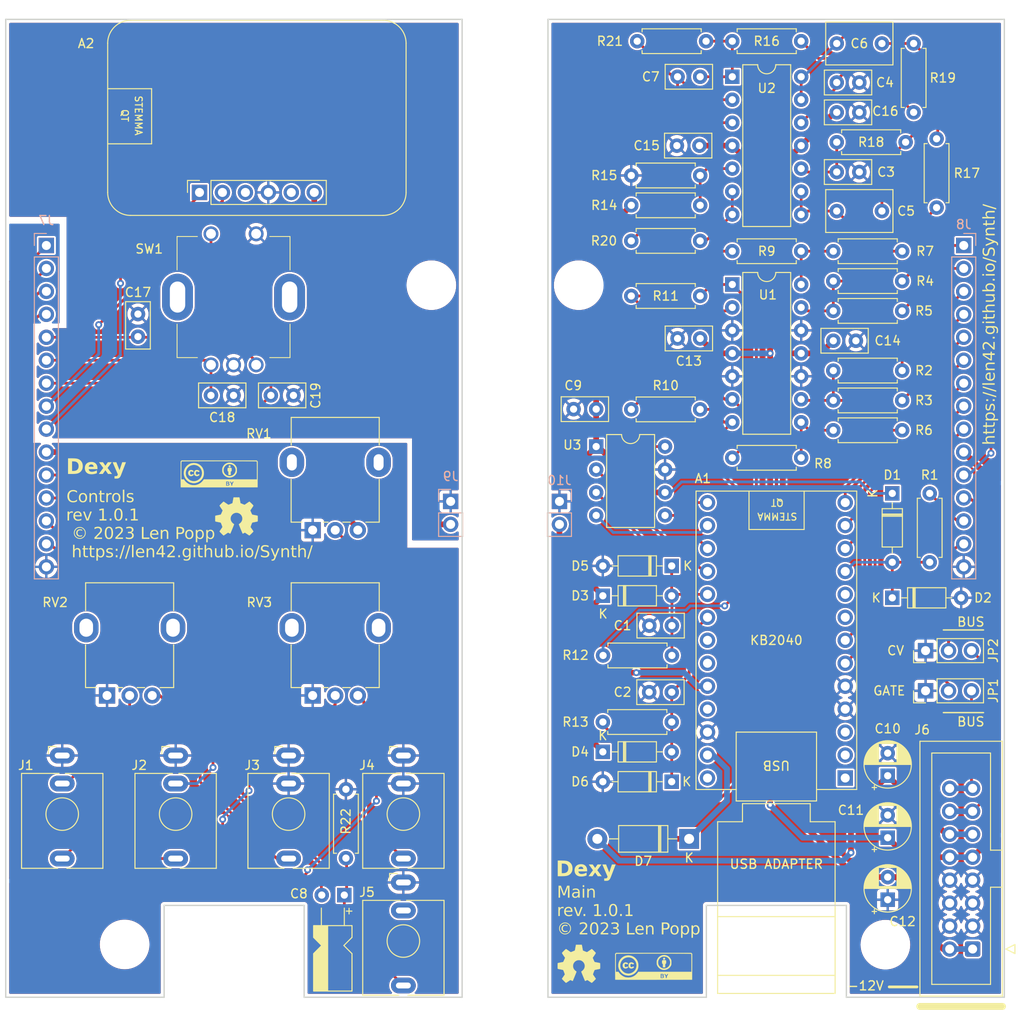
<source format=kicad_pcb>
(kicad_pcb (version 20240108) (generator "pcbnew") (generator_version "8.0")
  (title_block (title "Eurorack Dexy Module") (date "2023-04-22") (rev "1.0.1") (company "Len Popp") (comment 1 "Copyright © 2023 Len Popp CC BY") (comment 2 "Board settings comply with requirements of OSH Park https://oshpark.com/") (comment 3 "Eurorack digital voice module - 10HP"))
  (layers (0 "F.Cu" signal) (31 "B.Cu" signal) (36 "B.SilkS" user "B.Silkscreen") (37 "F.SilkS" user "F.Silkscreen") (38 "B.Mask" user) (39 "F.Mask" user) (44 "Edge.Cuts" user))
  (property "MODULE" "Dexy")
  (net 0 "")
  (net 1 "+12V")
  (net 2 "GND")
  (net 3 "-12V")
  (net 4 "+5V")
  (net 7 "~{SPI-CS}")
  (net 8 "I2C-SDA")
  (net 9 "I2C-SCL")
  (net 10 "/Digital/INT-INT")
  (net 12 "Net-(J3-PadT)")
  (net 13 "GATE")
  (net 14 "ENC-SW")
  (net 15 "ENC-A")
  (net 16 "ENC-B")
  (net 17 "~{LDAC}")
  (net 18 "SPI-SDI")
  (net 20 "SPI-SCK")
  (net 21 "ADC-PITCH")
  (net 22 "ADC-TIMBRE")
  (net 25 "+3V3")
  (net 30 "Net-(U2C-+)")
  (net 31 "Net-(U2D-+)")
  (net 32 "Net-(U2C--)")
  (net 33 "Net-(U2A--)")
  (net 34 "Net-(C5-Pad1)")
  (net 35 "Net-(C6-Pad1)")
  (net 36 "Net-(J6-CV)")
  (net 37 "Net-(C8-Pad1)")
  (net 38 "AUDIO-OUT")
  (net 39 "/10Vp-p")
  (net 40 "Net-(R10-Pad2)")
  (net 41 "Net-(J6-GATE)")
  (net 42 "IN-GATE")
  (net 43 "BUS-GATE")
  (net 44 "IN-CV-PITCH")
  (net 45 "Net-(J4-PadT)")
  (net 46 "Net-(R11-Pad2)")
  (net 48 "Net-(U1C--)")
  (net 49 "Net-(U1D--)")
  (net 50 "BUS-CV")
  (net 51 "Net-(U1B--)")
  (net 52 "IN-CV-PITCH-MOD")
  (net 53 "IN-CV-TIMBRE")
  (net 54 "Net-(U1A--)")
  (net 55 "IN-CV-TIMBRE-MOD")
  (net 56 "Net-(R6-Pad2)")
  (net 57 "Net-(R7-Pad2)")
  (net 58 "Net-(U2B-+)")
  (net 59 "/1V30")
  (net 60 "DAC-OUT")
  (net 61 "Net-(D7-A)")
  (footprint "-lmp-misc:Logo_CC_BY" (layer "F.Cu") (at 171.684 134.775)
    (property "Reference" "G1" (hide yes))
    (property "Value" "LOGO" (hide yes))
  )
  (footprint "-lmp-holes:MountingHole_PCB_3.2mm_M3" (layer "F.Cu") (at 163.4036 59.4132)
    (property "Reference" "H4" (hide yes))
    (property "Value" "MountingHole_M3")
  )
  (footprint "-lmp-holes:MountingHole_PCB_3.2mm_M3" (layer "F.Cu") (at 147.0964 59.4132)
    (property "Reference" "H1" (hide yes))
    (property "Value" "MountingHole_M3")
  )
  (footprint "-lmp-holes:MountingHole_PCB_3.2mm_M3" (layer "F.Cu") (at 113.1572 132.362)
    (property "Reference" "H2" (hide yes))
    (property "Value" "MountingHole_M3")
  )
  (footprint "-lmp-holes:MountingHole_PCB_3.2mm_M3" (layer "F.Cu") (at 197.338 132.3874)
    (property "Reference" "H3" (hide yes))
    (property "Value" "MountingHole_M3")
  )
  (footprint "-lmp-misc:Logo_OSHW" (layer "F.Cu") (at 163.429 134.521)
    (property "Reference" "G3" (hide yes))
    (property "Value" "LOGO" (hide yes))
  )
  (footprint "-lmp-misc:Logo_CC_BY" (layer "F.Cu") (at 123.605 80.29)
    (property "Reference" "G2" (hide yes))
    (property "Value" "LOGO" (hide yes))
  )
  (footprint "-lmp-misc:Logo_OSHW" (layer "F.Cu") (at 125.540636 85.018)
    (property "Reference" "G4" (hide yes))
    (property "Value" "LOGO" (hide yes))
  )
  (footprint "-lmp-misc:C_Disc_D5.0mm_W2.5mm_P2.50mm" (layer "F.Cu") (at 176.764 43.97 180)
    (property "Reference" "C15")
    (property "Value" "100N")
  )
  (footprint "-lmp-misc:C_Disc_D5.0mm_W2.5mm_P2.50mm" (layer "F.Cu") (at 162.834 73.1292)
    (property "Reference" "C9")
    (property "Value" "100N")
  )
  (footprint "Diode_THT:D_DO-35_SOD27_P7.62mm_Horizontal" (layer "F.Cu") (at 198.1 82.451 -90)
    (property "Reference" "D1")
    (property "Value" "1N5711")
  )
  (footprint "-lmp-synth:Jack_3.5mm_QingPu_WQP-PJ398SM_Vertical" (layer "F.Cu") (at 131.3 111.4578)
    (property "Reference" "J3")
    (property "Value" "WQP-PJ398")
  )
  (footprint "Adafruit:OLED_128x32_0.91in_NoHoles" (layer "F.Cu") (at 125.25 40.845)
    (property "Reference" "A2")
    (property "Value" "OLED_128x32")
  )
  (footprint "-lmp-misc:R_Axial_DIN0207_L6.3mm_D2.5mm_P7.62mm_Horizontal" (layer "F.Cu") (at 199.1922 75.466 180)
    (property "Reference" "R6")
    (property "Value" "100K")
  )
  (footprint "Adafruit:KB2040" (layer "F.Cu") (at 185.273 98.707 180)
    (property "Reference" "A1")
    (property "Value" "KB2040")
  )
  (footprint "-lmp-misc:R_Axial_DIN0207_L6.3mm_D2.5mm_P7.62mm_Horizontal" (layer "F.Cu") (at 199.1922 62.258 180)
    (property "Reference" "R5")
    (property "Value" "82K")
  )
  (footprint "Diode_THT:D_DO-35_SOD27_P7.62mm_Horizontal" (layer "F.Cu") (at 173.6906 90.4774 180)
    (property "Reference" "D5")
    (property "Value" "1N5711")
  )
  (footprint "-lmp-misc:R_Axial_DIN0207_L6.3mm_D2.5mm_P7.62mm_Horizontal" (layer "F.Cu") (at 200.4622 32.667 -90)
    (property "Reference" "R19")
    (property "Value" "47K")
  )
  (footprint "Diode_THT:D_DO-35_SOD27_P7.62mm_Horizontal" (layer "F.Cu") (at 173.6906 114.3534 180)
    (property "Reference" "D6")
    (property "Value" "1N5711")
  )
  (footprint "Diode_THT:D_DO-41_SOD81_P10.16mm_Horizontal" (layer "F.Cu") (at 175.621 120.678 180)
    (property "Reference" "D7")
    (property "Value" "1N4001")
  )
  (footprint "-lmp-misc:R_Axial_DIN0207_L6.3mm_D2.5mm_P7.62mm_Horizontal" (layer "F.Cu") (at 176.8402 54.511 180)
    (property "Reference" "R20")
    (property "Value" "51K")
  )
  (footprint "-lmp-misc:R_Axial_DIN0207_L6.3mm_D2.5mm_P7.62mm_Horizontal" (layer "F.Cu") (at 166.096 100.3834)
    (property "Reference" "R12")
    (property "Value" "100K")
  )
  (footprint "Diode_THT:D_DO-35_SOD27_P7.62mm_Horizontal" (layer "F.Cu") (at 166.0706 111.0514)
    (property "Reference" "D4")
    (property "Value" "1N5711")
  )
  (footprint "-lmp-misc:R_Axial_DIN0207_L6.3mm_D2.5mm_P7.62mm_Horizontal" (layer "F.Cu") (at 188.0162 55.654 180)
    (property "Reference" "R9")
    (property "Value" "100K")
  )
  (footprint "-lmp-misc:PinHeader_1x03_P2.54mm_Vertical" (layer "F.Cu") (at 201.783 99.85 90)
    (property "Reference" "JP2")
    (property "Value" "Jumper_Pins_3_Bridged12")
  )
  (footprint "-lmp-synth:Potentiometer_SongHuei_Single_Vertical" (layer "F.Cu") (at 111.21 104.815 90)
    (property "Reference" "RV2")
    (property "Value" "100K")
  )
  (footprint "-lmp-misc:R_Axial_DIN0207_L6.3mm_D2.5mm_P7.62mm_Horizontal" (layer "F.Cu") (at 199.5732 43.589 180)
    (property "Reference" "R18")
    (property "Value" "47K")
  )
  (footprint "-lmp-misc:R_Axial_DIN0207_L6.3mm_D2.5mm_P7.62mm_Horizontal" (layer "F.Cu") (at 199.1922 72.164 180)
    (property "Reference" "R3")
    (property "Value" "499K")
  )
  (footprint "-lmp-misc:C_Disc_D5.0mm_W2.5mm_P2.50mm" (layer "F.Cu") (at 129.337 71.6052)
    (property "Reference" "C19")
    (property "Value" "100N")
  )
  (footprint "-lmp-misc:C_Disc_D5.0mm_W2.5mm_P2.50mm" (layer "F.Cu") (at 191.9532 46.891)
    (property "Reference" "C3")
    (property "Value" "150P")
  )
  (footprint "-lmp-misc:R_Axial_DIN0207_L6.3mm_D2.5mm_P7.62mm_Horizontal" (layer "F.Cu") (at 199.1922 58.956 180)
    (property "Reference" "R4")
    (property "Value" "120K")
  )
  (footprint "-lmp-misc:R_Axial_DIN0207_L6.3mm_D2.5mm_P7.62mm_Horizontal" (layer "F.Cu") (at 169.2202 73.1546)
    (property "Reference" "R10")
    (property "Value" "33K")
  )
  (footprint "-lmp-synth:Potentiometer_Alpha_RD901F-40-00D_Single_Vertical" (layer "F.Cu") (at 133.96 86.515 90)
    (property "Reference" "RV1")
    (property "Value" "100K")
  )
  (footprint "-lmp-misc:R_Axial_DIN0207_L6.3mm_D2.5mm_P7.62mm_Horizontal" (layer "F.Cu") (at 202.2402 82.451 -90)
    (property "Reference" "R1")
    (property "Value" "100K")
  )
  (footprint "-lmp-misc:C_Rect_L7.2mm_W4.5mm_P5.00mm" (layer "F.Cu") (at 196.9532 51.209 180)
    (property "Reference" "C5")
    (property "Value" "330P")
  )
  (footprint "-lmp-misc:C_Rect_L7.2mm_W4.5mm_P5.00mm" (layer "F.Cu") (at 196.9532 32.667 180)
    (property "Reference" "C6")
    (property "Value" "330P")
  )
  (footprint "-lmp-synth:Jack_3.5mm_QingPu_WQP-PJ398SM_Vertical" (layer "F.Cu") (at 144 125.504)
    (property "Reference" "J5")
    (property "Value" "WQP-PJ398")
  )
  (footprint "-lmp-misc:R_Axial_DIN0207_L6.3mm_D2.5mm_P7.62mm_Horizontal" (layer "F.Cu") (at 188.0162 78.514 180)
    (property "Reference" "R8")
    (property "Value" "100K")
  )
  (footprint "-lmp-misc:C_Disc_D5.0mm_W2.5mm_P2.50mm" (layer "F.Cu") (at 173.716 97.0814 180)
    (property "Reference" "C1")
    (property "Value" "150P")
  )
  (footprint "-lmp-connector:USB-C-Adapter-90-Outline" (layer "F.Cu") (at 185.273 118.784 180)
    (property "Reference" "A4" (hide yes))
    (property "Value" "USB C Adapter 90deg")
  )
  (footprint "-lmp-synth:Jack_3.5mm_QingPu_WQP-PJ398SM_Vertical" (layer "F.Cu") (at 118.8 111.4578)
    (property "Reference" "J2")
    (property "Value" "WQP-PJ398")
  )
  (footprint "-lmp-misc:R_Axial_DIN0207_L6.3mm_D2.5mm_P7.62mm_Horizontal" (layer "F.Cu") (at 180.3962 32.413)
    (property "Reference" "R16")
    (property "Value" "47K")
  )
  (footprint "-lmp-misc:C_Disc_D5.0mm_W2.5mm_P2.50mm" (layer "F.Cu") (at 174.3402 36.35)
    (property "Reference" "C7")
    (property "Value" "5P6")
  )
  (footprint "-lmp-misc:C_Disc_D5.0mm_W2.5mm_P2.50mm" (layer "F.Cu") (at 114.6304 65.1082 90)
    (property "Reference" "C17")
    (property "Value" "100N")
  )
  (footprint "-lmp-misc:C_Disc_D5.0mm_W2.5mm_P2.50mm" (layer "F.Cu") (at 194.0722 65.56 180)
    (property "Reference" "C14")
    (property "Value" "100N")
  )
  (footprint "-lmp-misc:R_Axial_DIN0207_L6.3mm_D2.5mm_P7.62mm_Horizontal" (layer "F.Cu") (at 176.8402 47.272 180)
    (property "Reference" "R15")
    (property "Value" "33K")
  )
  (footprint "-lmp-misc:R_Axial_DIN0207_L6.3mm_D2.5mm_P7.62mm_Horizontal" (layer "F.Cu") (at 137.6428 122.8116 90)
    (property "Reference" "R22")
    (property "Value" "1M")
  )
  (footprint "Diode_THT:D_DO-35_SOD27_P7.62mm_Horizontal" (layer "F.Cu") (at 198.1 94.008)
    (property "Reference" "D2")
    (property "Value" "1N5711")
  )
  (footprint "Diode_THT:D_DO-35_SOD27_P7.62mm_Horizontal" (layer "F.Cu") (at 166.0706 93.7794)
    (property "Reference" "D3")
    (property "Value" "1N5711")
  )
  (footprint "Package_DIP:DIP-14_W7.62mm" (layer "F.Cu") (at 180.3962 59.337)
    (property "Reference" "U1")
    (property "Value" "TL074")
  )
  (footprint "-lmp-misc:PinHeader_1x03_P2.54mm_Vertical" (layer "F.Cu") (at 201.783 104.295 90)
    (property "Reference" "JP1")
    (property "Value" "Jumper_Pins_3_Bridged12")
  )
  (footprint "-lmp-misc:R_Axial_DIN0207_L6.3mm_D2.5mm_P7.62mm_Horizontal" (layer "F.Cu") (at 199.1922 55.654 180)
    (property "Reference" "R7")
    (property "Value" "100K")
  )
  (footprint "-lmp-misc:C_Disc_D5.0mm_W2.5mm_P2.50mm" (layer "F.Cu") (at 176.8402 65.306 180)
    (property "Reference" "C13")
    (property "Value" "100N")
  )
  (footprint "-lmp-misc:R_Axial_DIN0207_L6.3mm_D2.5mm_P7.62mm_Horizontal" (layer "F.Cu") (at 169.2202 50.574)
    (property "Reference" "R14")
    (property "Value" "51K")
  )
  (footprint "-lmp-synth:Jack_3.5mm_QingPu_WQP-PJ398SM_Vertical" (layer "F.Cu") (at 144 111.4578)
    (property "Reference" "J4")
    (property "Value" "WQP-PJ398")
  )
  (footprint "-lmp-misc:R_Axial_DIN0207_L6.3mm_D2.5mm_P7.62mm_Horizontal" (layer "F.Cu") (at 169.8752 32.413)
    (property "Reference" "R21")
    (property "Value" "200K")
  )
  (footprint "-lmp-misc:CP_Radial_D5.0mm_P2.50mm" (layer "F.Cu") (at 197.592 120.551 90)
    (property "Reference" "C11")
    (property "Value" "10U")
  )
  (footprint "Package_DIP:DIP-8_W7.62mm" (layer "F.Cu") (at 165.334 77.2694)
    (property "Reference" "U3")
    (property "Value" "MCP4821")
  )
  (footprint "-lmp-synth:Encoder_Bourns_PEC11R_Switch" (layer "F.Cu") (at 122.71 68.227)
    (property "Reference" "SW1")
    (property "Value" "PEC11R-4x20x-S00xx" (hide yes))
  )
  (footprint "-lmp-synth:Potentiometer_SongHuei_Single_Vertical" (layer "F.Cu") (at 133.96 104.815 90)
    (property "Reference" "RV3")
    (property "Value" "100K")
  )
  (footprint "-lmp-misc:R_Axial_DIN0207_L6.3mm_D2.5mm_P7.62mm_Horizontal" (layer "F.Cu") (at 199.1922 68.862 180)
    (property "Reference" "R2")
    (property "Value" "100K")
  )
  (footprint "-lmp-synth:Jack_3.5mm_QingPu_WQP-PJ398SM_Vertical" (layer "F.Cu") (at 106.25 111.4578)
    (property "Reference" "J1")
    (property "Value" "WQP-PJ398")
  )
  (footprint "-lmp-misc:CP_Radial_D5.0mm_P2.50mm" (layer "F.Cu") (at 197.592 127.409 90)
    (property "Reference" "C12")
    (property "Value" "10U")
  )
  (footprint "-lmp-misc:R_Axial_DIN0207_L6.3mm_D2.5mm_P7.62mm_Horizontal" (layer "F.Cu") (at 169.2202 60.607)
    (property "Reference" "R11")
    (property "Value" "33K")
  )
  (footprint "-lmp-misc:CP_Radial_D5.0mm_P2.50mm" (layer "F.Cu") (at 197.592 113.693 90)
    (property "Reference" "C10")
    (property "Value" "10U")
  )
  (footprint "-lmp-misc:C_Disc_D5.0mm_W2.5mm_P2.50mm" (layer "F.Cu") (at 191.9532 36.985)
    (property "Reference" "C4")
    (property "Value" "150P")
  )
  (footprint "-lmp-misc:R_Axial_DIN0207_L6.3mm_D2.5mm_P7.62mm_Horizontal" (layer "F.Cu") (at 166.076 107.7494)
    (property "Reference" "R13")
    (property "Value" "100K")
  )
  (footprint "-lmp-misc:C_Disc_D5.0mm_W2.5mm_P2.50mm" (layer "F.Cu") (at 194.4532 40.287 180)
    (property "Reference" "C16")
    (property "Value" "100N")
  )
  (footprint "-lmp-misc:R_Axial_DIN0207_L6.3mm_D2.5mm_P7.62mm_Horizontal" (layer "F.Cu") (at 203.0022 50.828 90)
    (property "Reference" "R17")
    (property "Value" "47K")
  )
  (footprint "-lmp-misc:CP_Radial_L7.0mm_D4.0mm_P2.50mm_Horiz" (layer "F.Cu") (at 134.969 126.901 -90)
    (property "Reference" "C8")
    (property "Value" "2U2")
  )
  (footprint "-lmp-synth:IDC-Header-Eurorack-16-TH" (layer "F.Cu") (at 206.99 132.87 180)
    (property "Reference" "J6")
    (property "Value" "Conn_Eurorack_16")
  )
  (footprint "-lmp-misc:C_Disc_D5.0mm_W2.5mm_P2.50mm" (layer "F.Cu") (at 173.696 104.4474 180)
    (property "Reference" "C2")
    (property "Value" "150P")
  )
  (footprint "Package_DIP:DIP-14_W7.62mm" (layer "F.Cu") (at 180.3962 36.35)
    (property "Reference" "U2")
    (property "Value" "TL074")
  )
  (footprint "-lmp-misc:C_Disc_D5.0mm_W2.5mm_P2.50mm" (layer "F.Cu") (at 122.7076 71.6052)
    (property "Reference" "C18")
    (property "Value" "100N")
  )
  (footprint "Connector_PinSocket_2.54mm:PinSocket_1x15_P2.54mm_Vertical" (layer "B.Cu") (at 104.4958 55.019 180)
    (property "Reference" "J7")
    (property "Value" "Controls_Left")
  )
  (footprint "Connector_PinSocket_2.54mm:PinSocket_1x02_P2.54mm_Vertical" (layer "B.Cu") (at 149.230001 83.34 180)
    (property "Reference" "J9")
    (property "Value" "Controls_Right")
  )
  (footprint "Connector_PinHeader_2.54mm:PinHeader_1x15_P2.54mm_Vertical" (layer "B.Cu") (at 206.004201 55.019 180)
    (property "Reference" "J8")
    (property "Value" "Main_Right")
  )
  (footprint "Connector_PinHeader_2.54mm:PinHeader_1x02_P2.54mm_Vertical" (layer "B.Cu") (at 161.269996 83.34 180)
    (property "Reference" "J10")
    (property "Value" "Main_Left")
  )
  (gr_line (start 208.1965 97.564) (end 203.7515 97.564) (stroke (width 0.1524)) (layer "F.SilkS"))
  (gr_line (start 208.1965 106.708) (end 203.7515 106.708) (stroke (width 0.1524)) (layer "F.SilkS"))
  (gr_line (start 200.833396 137.061) (end 197.759996 137.061) (stroke (width 0.3048)) (layer "F.SilkS"))
  (gr_line (start 160 138.204) (end 160 30) (stroke (width 0.1524)) (layer "Edge.Cuts"))
  (gr_line (start 160 30) (end 210.5 30) (stroke (width 0.1524)) (layer "Edge.Cuts"))
  (gr_line (start 150.5 30) (end 150.5 138.204) (stroke (width 0.1524)) (layer "Edge.Cuts"))
  (gr_line (start 100 30) (end 150.5 30) (stroke (width 0.1524)) (layer "Edge.Cuts"))
  (gr_line (start 177.526 138.204) (end 160 138.204) (stroke (width 0.1524)) (layer "Edge.Cuts"))
  (gr_line (start 210.5 30) (end 210.5 138.204) (stroke (width 0.1524)) (layer "Edge.Cuts"))
  (gr_line (start 117.526 128.044) (end 117.526 138.204) (stroke (width 0.1524)) (layer "Edge.Cuts"))
  (gr_line (start 133.02 138.204) (end 150.5 138.204) (stroke (width 0.1524)) (layer "Edge.Cuts"))
  (gr_line (start 177.526 128.044) (end 193.02 128.044) (stroke (width 0.1524)) (layer "Edge.Cuts"))
  (gr_line (start 117.526 128.044) (end 133.02 128.044) (stroke (width 0.1524)) (layer "Edge.Cuts"))
  (gr_line (start 193.02 128.044) (end 193.02 138.204) (stroke (width 0.1524)) (layer "Edge.Cuts"))
  (gr_line (start 100 138.204) (end 100 30) (stroke (width 0.1524)) (layer "Edge.Cuts"))
  (gr_line (start 117.526 138.204) (end 100 138.204) (stroke (width 0.1524)) (layer "Edge.Cuts"))
  (gr_line (start 193.02 138.204) (end 210.5 138.204) (stroke (width 0.1524)) (layer "Edge.Cuts"))
  (gr_line (start 177.526 128.044) (end 177.526 138.204) (stroke (width 0.1524)) (layer "Edge.Cuts"))
  (gr_line (start 133.02 128.044) (end 133.02 138.204) (stroke (width 0.1524)) (layer "Edge.Cuts"))
  (gr_text "© 2023 Len Popp" (at 160.981325 130.711 0) (layer "F.SilkS") (effects (font (size 1.3 1.3)) (justify left)))
  (gr_text "-12V" (at 197.251996 136.934 0) (layer "F.SilkS") (effects (font (size 1 1)) (justify right)))
  (gr_text "${MODULE}" (at 160.8636 124.107 0) (layer "F.SilkS") (effects (font (size 1.7 1.7) (thickness 0.34) (bold yes)) (justify left)))
  (gr_text "${MODULE}" (at 110.011735 79.598 0) (layer "F.SilkS") (effects (font (size 1.7 1.7) (thickness 0.34) (bold yes))))
  (gr_text "rev ${REVISION}" (at 110.73 84.915 0) (layer "F.SilkS") (effects (font (size 1.3 1.3))))
  (gr_text "© 2023 Len Popp" (at 107.284864 86.947 0) (layer "F.SilkS") (effects (font (size 1.3 1.3)) (justify left)))
  (gr_text "https://len42.github.io/Synth/" (at 208.895 77.117 90) (layer "F.SilkS") (effects (font (size 1.3 1.3) (thickness 0.1524)) (justify left)))
  (gr_text "https://len42.github.io/Synth/" (at 107.284864 88.979 0) (layer "F.SilkS") (effects (font (size 1.3 1.3) (thickness 0.1524)) (justify left)))
  (gr_text "BUS" (at 208.387 107.724 0) (layer "F.SilkS") (effects (font (size 1 1)) (justify right)))
  (gr_text "Controls" (at 110.478911 82.883 0) (layer "F.SilkS") (effects (font (size 1.3 1.3))))
  (gr_text "rev. ${REVISION}" (at 160.981325 128.679 0) (layer "F.SilkS") (effects (font (size 1.3 1.3)) (justify left)))
  (gr_text "BUS" (at 208.387 96.675 0) (layer "F.SilkS") (effects (font (size 1 1)) (justify right)))
  (gr_text "GATE" (at 199.624 104.295 0) (layer "F.SilkS") (effects (font (size 1 1)) (justify right)))
  (gr_text "USB ADAPTER" (at 185.273 123.472 0) (layer "F.SilkS") (effects (font (size 1.016 1.016) (thickness 0.1524))))
  (gr_text "Main" (at 160.9906 126.647 0) (layer "F.SilkS") (effects (font (size 1.3 1.3)) (justify left)))
  (gr_text "CV" (at 199.497 99.85 0) (layer "F.SilkS") (effects (font (size 1 1)) (justify right)))
  (segment (start 204.45 122.71) (end 199.751 122.71) (width 0.635) (layer "F.Cu") (net 1))
  (segment (start 184.5872 66.957) (end 184.5872 64.798) (width 0.635) (layer "F.Cu") (net 1))
  (segment (start 180.3962 66.957) (end 178.4912 66.957) (width 0.635) (layer "F.Cu") (net 1))
  (segment (start 136.132 83.467) (end 138.96 86.295) (width 0.635) (layer "F.Cu") (net 1))
  (segment (start 184.5872 91.0362) (end 184.5872 109.5274) (width 0.635) (layer "F.Cu") (net 1))
  (segment (start 209.8015 81.676299) (end 206.004201 77.879) (width 0.635) (layer "F.Cu") (net 1))
  (segment (start 209.8015 89.1995) (end 209.8015 81.676299) (width 0.635) (layer "F.Cu") (net 1))
  (segment (start 178.4912 66.957) (end 176.8402 65.306) (width 0.635) (layer "F.Cu") (net 1))
  (segment (start 184.5872 64.798) (end 184.5872 48.161) (width 0.635) (layer "F.Cu") (net 1))
  (segment (start 104.4958 77.879) (end 110.8966 77.879) (width 0.635) (layer "F.Cu") (net 1))
  (segment (start 110.8966 77.879) (end 116.4846 83.467) (width 0.635) (layer "F.Cu") (net 1))
  (segment (start 208.7196 80.5944) (end 209.8015 81.6763) (width 0.635) (layer "F.Cu") (net 1))
  (segment (start 206.004201 77.879) (end 208.7196 80.5944) (width 0.635) (layer "F.Cu") (net 1))
  (segment (start 184.5872 66.83) (end 184.5872 64.798) (width 0.635) (layer "F.Cu") (net 1))
  (segment (start 116.4846 83.467) (end 136.132 83.467) (width 0.635) (layer "F.Cu") (net 1))
  (segment (start 138.96 86.295) (end 138.96 86.515) (width 0.635) (layer "F.Cu") (net 1))
  (segment (start 176.8402 43.97) (end 180.3962 43.97) (width 0.635) (layer "F.Cu") (net 1))
  (segment (start 184.5872 109.5274) (end 184.5872 116.9442) (width 0.635) (layer "F.Cu") (net 1))
  (segment (start 184.5872 69.878) (end 184.5872 91.0362) (width 0.635) (layer "F.Cu") (net 1))
  (segment (start 209.8015 119.8985) (end 206.99 122.71) (width 0.635) (layer "F.Cu") (net 1))
  (segment (start 208.7196 80.5944) (end 209.1157 80.990499) (width 0.635) (layer "F.Cu") (net 1))
  (segment (start 209.8015 89.1995) (end 209.8015 119.8985) (width 0.635) (layer "F.Cu") (net 1))
  (segment (start 184.5872 69.878) (end 184.5872 66.957) (width 0.635) (layer "F.Cu") (net 1))
  (segment (start 199.751 122.71) (end 197.592 120.551) (width 0.635) (layer "F.Cu") (net 1))
  (segment (start 184.5872 48.161) (end 180.3962 43.97) (width 0.635) (layer "F.Cu") (net 1))
  (via (at 184.5872 66.957) (size 0.762) (drill 0.381) (layers "F.Cu" "B.Cu") (net 1))
  (via (at 184.5872 116.9442) (size 0.762) (drill 0.381) (layers "F.Cu" "B.Cu") (net 1))
  (segment (start 188.194 120.551) (end 184.5872 116.9442) (width 0.635) (layer "B.Cu") (net 1))
  (segment (start 184.5872 66.957) (end 180.3962 66.957) (width 0.635) (layer "B.Cu") (net 1))
  (segment (start 197.592 120.551) (end 188.194 120.551) (width 0.635) (layer "B.Cu") (net 1))
  (segment (start 206.99 122.71) (end 204.45 122.71) (width 0.635) (layer "B.Cu") (net 1))
  (segment (start 185.9842 67.338) (end 185.9842 116.8172) (width 0.635) (layer "F.Cu") (net 3))
  (segment (start 185.9842 66.957) (end 185.9842 67.338) (width 0.635) (layer "F.Cu") (net 3))
  (segment (start 185.9842 46.002) (end 188.0162 43.97) (width 0.635) (layer "F.Cu") (net 3))
  (segment (start 203.728 132.87) (end 204.45 132.87) (width 0.635) (layer "F.Cu") (net 3))
  (segment (start 185.9842 116.8172) (end 194.076 124.909) (width 0.635) (layer "F.Cu") (net 3))
  (segment (start 201.656 130.798) (end 203.728 132.87) (width 0.635) (layer "F.Cu") (net 3))
  (segment (start 190.1752 66.957) (end 188.0162 66.957) (width 0.635) (layer "F.Cu") (net 3))
  (segment (start 185.9842 67.338) (end 185.9842 46.002) (width 0.635) (layer "F.Cu") (net 3))
  (segment (start 191.9532 40.287) (end 191.6992 40.287) (width 0.635) (layer "F.Cu") (net 3))
  (segment (start 198.5464 124.909) (end 201.656 128.0186) (width 0.635) (layer "F.Cu") (net 3))
  (segment (start 191.6992 40.287) (end 188.0162 43.97) (width 0.635) (layer "F.Cu") (net 3))
  (segment (start 201.656 128.0186) (end 201.656 130.798) (width 0.635) (layer "F.Cu") (net 3))
  (segment (start 190.1752 66.957) (end 191.5722 65.56) (width 0.635) (layer "F.Cu") (net 3))
  (segment (start 188.0162 66.957) (end 185.9842 66.957) (width 0.635) (layer "F.Cu") (net 3))
  (segment (start 194.076 124.909) (end 198.5464 124.909) (width 0.635) (layer "F.Cu") (net 3))
  (segment (start 206.99 132.87) (end 204.45 132.87) (width 0.635) (layer "B.Cu") (net 3))
  (segment (start 164.8006 117.5538) (end 161.269996 114.023196) (width 0.635) (layer "F.Cu") (net 4))
  (segment (start 134.14 54.869) (end 134.14 49.1508) (width 0.635) (layer "F.Cu") (net 4))
  (segment (start 175.621 120.678) (end 170.922 120.678) (width 0.635) (layer "F.Cu") (net 4))
  (segment (start 167.7978 117.5538) (end 164.8006 117.5538) (width 0.635) (layer "F.Cu") (net 4))
  (segment (start 149.230001 85.88) (end 148.133 85.88) (width 0.635) (layer "F.Cu") (net 4))
  (segment (start 170.922 120.678) (end 167.7978 117.5538) (width 0.635) (layer "F.Cu") (net 4))
  (segment (start 148.133 85.88) (end 146.863 84.61) (width 0.635) (layer "F.Cu") (net 4))
  (segment (start 146.863 84.61) (end 146.863 67.592) (width 0.635) (layer "F.Cu") (net 4))
  (segment (start 146.863 67.592) (end 134.14 54.869) (width 0.635) (layer "F.Cu") (net 4))
  (segment (start 161.269996 114.023196) (end 161.269996 85.88) (width 0.635) (layer "F.Cu") (net 4))
  (segment (start 178.288 111.407) (end 177.653 111.407) (width 0.635) (layer "B.Cu") (net 4))
  (segment (start 179.812 116.487) (end 179.812 112.931) (width 0.635) (layer "B.Cu") (net 4))
  (segment (start 175.621 120.678) (end 179.812 116.487) (width 0.635) (layer "B.Cu") (net 4))
  (segment (start 179.812 112.931) (end 178.288 111.407) (width 0.635) (layer "B.Cu") (net 4))
  (segment (start 165.334 79.8094) (end 173.2334 87.7088) (width 0.3048) (layer "F.Cu") (net 7))
  (segment (start 176.8148 87.7088) (end 177.653 88.547) (width 0.3048) (layer "F.Cu") (net 7))
  (segment (start 173.2334 87.7088) (end 176.8148 87.7088) (width 0.3048) (layer "F.Cu") (net 7))
  (segment (start 200.6654 81.5239) (end 200.6654 84.8894) (width 0.3048) (layer "F.Cu") (net 8))
  (segment (start 204.4246 77.7647) (end 200.6654 81.5239) (width 0.3048) (layer "F.Cu") (net 8))
  (segment (start 206.004201 75.339) (end 204.4246 76.918601) (width 0.3048) (layer "F.Cu") (net 8))
  (segment (start 200.6654 84.8894) (end 196.195 89.3598) (width 0.3048) (layer "F.Cu") (net 8))
  (segment (start 112.7 58.194) (end 121.44 49.454) (width 0.3048) (layer "F.Cu") (net 8))
  (segment (start 196.195 97.945) (end 192.893 101.247) (width 0.3048) (layer "F.Cu") (net 8))
  (segment (start 204.4246 76.918601) (end 204.4246 77.7647) (width 0.3048) (layer "F.Cu") (net 8))
  (segment (start 121.44 49.454) (end 121.44 49.1508) (width 0.3048) (layer "F.Cu") (net 8))
  (segment (start 196.195 89.3598) (end 196.195 97.945) (width 0.3048) (layer "F.Cu") (net 8))
  (segment (start 112.7 59.21) (end 112.7 58.194) (width 0.3048) (layer "F.Cu") (net 8))
  (via (at 112.7 59.21) (size 0.762) (drill 0.381) (layers "F.Cu" "B.Cu") (net 8))
  (segment (start 112.7 67.1348) (end 104.4958 75.339) (width 0.3048) (layer "B.Cu") (net 8))
  (segment (start 112.6746 59.1846) (end 112.6746 67.1094) (width 0.3048) (layer "B.Cu") (net 8))
  (segment (start 110.287 63.782) (end 123.98 50.089) (width 0.3048) (layer "F.Cu") (net 9))
  (segment (start 123.98 50.089) (end 123.98 49.1508) (width 0.3048) (layer "F.Cu") (net 9))
  (segment (start 206.004201 72.799) (end 203.5102 75.293001) (width 0.3048) (layer "F.Cu") (net 9))
  (segment (start 203.5102 77.3202) (end 199.7002 81.1302) (width 0.3048) (layer "F.Cu") (net 9))
  (segment (start 195.052 88.547) (end 195.052 96.548) (width 0.3048) (layer "F.Cu") (net 9))
  (segment (start 199.7002 83.8988) (end 195.052 88.547) (width 0.3048) (layer "F.Cu") (net 9))
  (segment (start 199.7002 81.1302) (end 199.7002 83.8988) (width 0.3048) (layer "F.Cu") (net 9))
  (segment (start 195.052 96.548) (end 192.893 98.707) (width 0.3048) (layer "F.Cu") (net 9))
  (segment (start 203.5102 75.293001) (end 203.5102 77.3202) (width 0.3048) (layer "F.Cu") (net 9))
  (via (at 110.287 63.782) (size 0.762) (drill 0.381) (layers "F.Cu" "B.Cu") (net 9))
  (segment (start 110.287 67.0078) (end 104.4958 72.799) (width 0.3048) (layer "B.Cu") (net 9))
  (segment (start 110.287 63.782) (end 110.287 67.0078) (width 0.3048) (layer "B.Cu") (net 9))
  (segment (start 121.5138 114.3788) (end 129.9928 122.8578) (width 0.3048) (layer "F.Cu") (net 12))
  (segment (start 117.0554 104.815) (end 121.5138 109.2734) (width 0.3048) (layer "F.Cu") (net 12))
  (segment (start 129.9928 122.8578) (end 131.3 122.8578) (width 0.3048) (layer "F.Cu") (net 12))
  (segment (start 121.5138 109.2734) (end 121.5138 114.3788) (width 0.3048) (layer "F.Cu") (net 12))
  (segment (start 116.21 104.815) (end 117.0554 104.815) (width 0.3048) (layer "F.Cu") (net 12))
  (segment (start 202.2402 90.071) (end 198.1 90.071) (width 0.3048) (layer "F.Cu") (net 13))
  (segment (start 198.1 94.008) (end 198.1 90.071) (width 0.3048) (layer "F.Cu") (net 13))
  (segment (start 193.909 90.071) (end 192.893 91.087) (width 0.3048) (layer "B.Cu") (net 13))
  (segment (start 198.1 90.071) (end 193.909 90.071) (width 0.3048) (layer "B.Cu") (net 13))
  (segment (start 114.8844 70.259) (end 104.4958 70.259) (width 0.3048) (layer "F.Cu") (net 14))
  (segment (start 206.004201 70.259) (end 202.5958 73.667401) (width 0.3048) (layer "F.Cu") (net 14))
  (segment (start 129.3444 71.5978) (end 129.3444 65.0594) (width 0.3048) (layer "F.Cu") (net 14))
  (segment (start 197.0205 80.8635) (end 195.56 82.324) (width 0.3048) (layer "F.Cu") (net 14))
  (segment (start 117.2212 70.2336) (end 114.9098 70.2336) (width 0.3048) (layer "F.Cu") (net 14))
  (segment (start 129.337 71.6052) (end 127.432 73.5102) (width 0.3048) (layer "F.Cu") (net 14))
  (segment (start 122.71 58.425) (end 122.71 53.727) (width 0.3048) (layer "F.Cu") (net 14))
  (segment (start 195.56 82.324) (end 195.56 85.88) (width 0.3048) (layer "F.Cu") (net 14))
  (segment (start 127.432 73.5102) (end 120.4978 73.5102) (width 0.3048) (layer "F.Cu") (net 14))
  (segment (start 195.56 85.88) (end 192.893 88.547) (width 0.3048) (layer "F.Cu") (net 14))
  (segment (start 202.5958 73.667401) (end 202.5958 76.9138) (width 0.3048) (layer "F.Cu") (net 14))
  (segment (start 198.6461 80.8635) (end 197.0205 80.8635) (width 0.3048) (layer "F.Cu") (net 14))
  (segment (start 129.3444 65.0594) (end 122.71 58.425) (width 0.3048) (layer "F.Cu") (net 14))
  (segment (start 120.4978 73.5102) (end 117.2212 70.2336) (width 0.3048) (layer "F.Cu") (net 14))
  (segment (start 114.9098 70.2336) (end 114.8844 70.259) (width 0.3048) (layer "F.Cu") (net 14))
  (segment (start 129.337 71.6052) (end 129.3444 71.5978) (width 0.3048) (layer "F.Cu") (net 14))
  (segment (start 202.5958 76.9138) (end 198.6461 80.8635) (width 0.3048) (layer "F.Cu") (net 14))
  (segment (start 204.069 69.654202) (end 204.069 70.64) (width 0.3048) (layer "F.Cu") (net 15))
  (segment (start 198.3032 79.911) (end 196.322 79.911) (width 0.3048) (layer "F.Cu") (net 15))
  (segment (start 204.069 70.64) (end 201.6814 73.0276) (width 0.3048) (layer "F.Cu") (net 15))
  (segment (start 194.544 81.689) (end 194.544 84.356) (width 0.3048) (layer "F.Cu") (net 15))
  (segment (start 201.6814 76.5328) (end 198.3032 79.911) (width 0.3048) (layer "F.Cu") (net 15))
  (segment (start 196.322 79.911) (end 194.544 81.689) (width 0.3048) (layer "F.Cu") (net 15))
  (segment (start 122.202 67.719) (end 122.71 68.227) (width 0.3048) (layer "F.Cu") (net 15))
  (segment (start 201.6814 73.0276) (end 201.6814 76.5328) (width 0.3048) (layer "F.Cu") (net 15))
  (segment (start 122.7076 71.6052) (end 122.7076 68.2294) (width 0.3048) (layer "F.Cu") (net 15))
  (segment (start 194.544 84.356) (end 192.893 86.007) (width 0.3048) (layer "F.Cu") (net 15))
  (segment (start 104.4958 67.719) (end 122.202 67.719) (width 0.3048) (layer "F.Cu") (net 15))
  (segment (start 206.004201 67.719) (end 204.069 69.654202) (width 0.3048) (layer "F.Cu") (net 15))
  (segment (start 122.7076 68.2294) (end 122.71 68.227) (width 0.3048) (layer "F.Cu") (net 15))
  (segment (start 192.893 83.467) (end 192.893 81.816) (width 0.3048) (layer "F.Cu") (net 16))
  (segment (start 203.053 70.005) (end 203.053 68.130201) (width 0.3048) (layer "F.Cu") (net 16))
  (segment (start 127.71 67.87) (end 127.71 68.227) (width 0.3048) (layer "F.Cu") (net 16))
  (segment (start 200.767 76.101) (end 200.767 72.291) (width 0.3048) (layer "F.Cu") (net 16))
  (segment (start 198.227 78.641) (end 200.767 76.101) (width 0.3048) (layer "F.Cu") (net 16))
  (segment (start 104.4958 65.179) (end 125.019 65.179) (width 0.3048) (layer "F.Cu") (net 16))
  (segment (start 196.068 78.641) (end 198.227 78.641) (width 0.3048) (layer "F.Cu") (net 16))
  (segment (start 200.767 72.291) (end 203.053 70.005) (width 0.3048) (layer "F.Cu") (net 16))
  (segment (start 125.019 65.179) (end 127.71 67.87) (width 0.3048) (layer "F.Cu") (net 16))
  (segment (start 203.053 68.130201) (end 206.004201 65.179) (width 0.3048) (layer "F.Cu") (net 16))
  (segment (start 192.893 81.816) (end 196.068 78.641) (width 0.3048) (layer "F.Cu") (net 16))
  (segment (start 172.954 84.8894) (end 174.5542 84.8894) (width 0.3048) (layer "F.Cu") (net 17))
  (segment (start 175.9766 83.467) (end 177.653 83.467) (width 0.3048) (layer "F.Cu") (net 17))
  (segment (start 174.5542 84.8894) (end 175.9766 83.467) (width 0.3048) (layer "F.Cu") (net 17))
  (segment (start 176.891 86.769) (end 177.653 86.007) (width 0.3048) (layer "B.Cu") (net 18))
  (segment (start 165.334 84.8894) (end 167.2136 86.769) (width 0.3048) (layer "B.Cu") (net 18))
  (segment (start 167.2136 86.769) (end 176.891 86.769) (width 0.3048) (layer "B.Cu") (net 18))
  (segment (start 177.653 91.087) (end 177.2212 91.087) (width 0.3048) (layer "F.Cu") (net 20))
  (segment (start 174.859 88.7248) (end 171.7094 88.7248) (width 0.3048) (layer "F.Cu") (net 20))
  (segment (start 171.7094 88.7248) (end 165.334 82.3494) (width 0.3048) (layer "F.Cu") (net 20))
  (segment (start 177.2212 91.087) (end 174.859 88.7248) (width 0.3048) (layer "F.Cu") (net 20))
  (segment (start 177.653 93.627) (end 173.843 93.627) (width 0.3048) (layer "F.Cu") (net 21))
  (segment (start 173.6906 90.4774) (end 173.6906 93.7794) (width 0.3048) (layer "F.Cu") (net 21))
  (segment (start 173.843 93.627) (end 173.6906 93.7794) (width 0.3048) (layer "F.Cu") (net 21))
  (segment (start 173.716 97.0814) (end 173.716 93.7794) (width 0.3048) (layer "F.Cu") (net 21))
  (segment (start 173.716 100.3834) (end 173.716 97.0814) (width 0.3048) (layer "F.Cu") (net 21))
  (segment (start 173.696 107.7494) (end 173.696 111.0514) (width 0.3048) (layer "F.Cu") (net 22))
  (segment (start 173.696 104.4474) (end 173.696 107.7494) (width 0.3048) (layer "F.Cu") (net 22))
  (segment (start 175.621 102.2376) (end 175.621 98.199) (width 0.3048) (layer "F.Cu") (net 22))
  (segment (start 175.621 98.199) (end 177.653 96.167) (width 0.3048) (layer "F.Cu") (net 22))
  (segment (start 175.621 102.5224) (end 175.621 102.2376) (width 0.3048) (layer "F.Cu") (net 22))
  (segment (start 173.696 104.4474) (end 175.621 102.5224) (width 0.3048) (layer "F.Cu") (net 22))
  (segment (start 173.696 111.0514) (end 173.696 114.3534) (width 0.3048) (layer "F.Cu") (net 22))
  (segment (start 170.6172 82.3494) (end 172.954 82.3494) (width 0.635) (layer "F.Cu") (net 25))
  (segment (start 163.937 102.2884) (end 169.779 102.2884) (width 0.635) (layer "F.Cu") (net 25))
  (segment (start 163.429 90.7822) (end 163.429 79.1744) (width 0.635) (layer "F.Cu") (net 25))
  (segment (start 166.0706 111.0514) (end 163.937 108.9178) (width 0.635) (layer "F.Cu") (net 25))
  (segment (start 166.0706 93.7794) (end 163.429 91.1378) (width 0.635) (layer "F.Cu") (net 25))
  (segment (start 163.429 91.1378) (end 163.429 90.7822) (width 0.635) (layer "F.Cu") (net 25))
  (segment (start 163.937 102.2884) (end 163.937 101.8312) (width 0.635) (layer "F.Cu") (net 25))
  (segment (start 163.937 95.913) (end 166.0706 93.7794) (width 0.635) (layer "F.Cu") (net 25))
  (segment (start 163.429 79.1744) (end 165.334 77.2694) (width 0.635) (layer "F.Cu") (net 25))
  (segment (start 165.334 62.7914) (end 166.604 61.5214) (width 0.635) (layer "F.Cu") (net 25))
  (segment (start 165.5372 77.2694) (end 170.6172 82.3494) (width 0.635) (layer "F.Cu") (net 25))
  (segment (start 166.604 53.1902) (end 166.604 61.5214) (width 0.635) (layer "F.Cu") (net 25))
  (segment (start 165.334 73.1292) (end 165.334 77.2694) (width 0.635) (layer "F.Cu") (net 25))
  (segment (start 165.334 73.1292) (end 165.334 62.7914) (width 0.635) (layer "F.Cu") (net 25))
  (segment (start 163.937 101.8312) (end 163.937 95.913) (width 0.635) (layer "F.Cu") (net 25))
  (segment (start 163.937 108.9178) (end 163.937 101.8312) (width 0.635) (layer "F.Cu") (net 25))
  (segment (start 169.2202 50.574) (end 166.604 53.1902) (width 0.635) (layer "F.Cu") (net 25))
  (via (at 169.779 102.2884) (size 0.762) (drill 0.381) (layers "F.Cu" "B.Cu") (net 25))
  (segment (start 169.779 102.2884) (end 175.0622 102.2884) (width 0.635) (layer "B.Cu") (net 25))
  (segment (start 175.0622 102.2884) (end 176.5608 103.787) (width 0.635) (layer "B.Cu") (net 25))
  (segment (start 173.6144 82.3494) (end 172.954 82.3494) (width 0.3048) (layer "B.Cu") (net 25))
  (segment (start 194.544 81.181) (end 174.7828 81.181) (width 0.3048) (layer "B.Cu") (net 25))
  (segment (start 198.1 82.451) (end 195.814 82.451) (width 0.3048) (layer "B.Cu") (net 25))
  (segment (start 176.5608 103.787) (end 177.653 103.787) (width 0.635) (layer "B.Cu") (net 25))
  (segment (start 195.814 82.451) (end 194.544 81.181) (width 0.3048) (layer "B.Cu") (net 25))
  (segment (start 174.7828 81.181) (end 173.6144 82.3494) (width 0.3048) (layer "B.Cu") (net 25))
  (segment (start 172.954 82.3494) (end 173.5636 82.3494) (width 0.3048) (layer "B.Cu") (net 25))
  (segment (start 191.9532 46.891) (end 191.9532 43.589) (width 0.3048) (layer "F.Cu") (net 30))
  (segment (start 188.3972 46.891) (end 188.0162 46.51) (width 0.3048) (layer "F.Cu") (net 30))
  (segment (start 191.9532 46.891) (end 188.3972 46.891) (width 0.3048) (layer "F.Cu") (net 30))
  (segment (start 191.9532 36.985) (end 191.9532 37.493) (width 0.3048) (layer "F.Cu") (net 31))
  (segment (start 191.9532 37.493) (end 188.0162 41.43) (width 0.3048) (layer "F.Cu") (net 31))
  (segment (start 200.4622 40.287) (end 195.3822 35.207) (width 0.3048) (layer "F.Cu") (net 31))
  (segment (start 193.4772 35.207) (end 191.9532 36.731) (width 0.3048) (layer "F.Cu") (net 31))
  (segment (start 195.3822 35.207) (end 193.4772 35.207) (width 0.3048) (layer "F.Cu") (net 31))
  (segment (start 191.9532 36.731) (end 191.9532 36.985) (width 0.3048) (layer "F.Cu") (net 31))
  (segment (start 191.9532 51.209) (end 188.3972 51.209) (width 0.3048) (layer "F.Cu") (net 32))
  (segment (start 193.4772 52.733) (end 191.9532 51.209) (width 0.3048) (layer "F.Cu") (net 32))
  (segment (start 203.0022 50.828) (end 201.0972 52.733) (width 0.3048) (layer "F.Cu") (net 32))
  (segment (start 188.0162 51.59) (end 188.0162 49.05) (width 0.3048) (layer "F.Cu") (net 32))
  (segment (start 188.3972 51.209) (end 188.0162 51.59) (width 0.3048) (layer "F.Cu") (net 32))
  (segment (start 201.0972 52.733) (end 193.4772 52.733) (width 0.3048) (layer "F.Cu") (net 32))
  (segment (start 173.8122 36.35) (end 174.3402 36.35) (width 0.3048) (layer "F.Cu") (net 33))
  (segment (start 174.3402 38.723) (end 174.3402 36.35) (width 0.3048) (layer "F.Cu") (net 33))
  (segment (start 171.176 52.5552) (end 171.176 41.8872) (width 0.3048) (layer "F.Cu") (net 33))
  (segment (start 169.8752 32.413) (end 173.8122 36.35) (width 0.3048) (layer "F.Cu") (net 33))
  (segment (start 171.176 41.8872) (end 174.3402 38.723) (width 0.3048) (layer "F.Cu") (net 33))
  (segment (start 169.2202 54.511) (end 171.176 52.5552) (width 0.3048) (layer "F.Cu") (net 33))
  (segment (start 176.8802 38.89) (end 180.3962 38.89) (width 0.3048) (layer "F.Cu") (net 33))
  (segment (start 174.3402 36.35) (end 176.8802 38.89) (width 0.3048) (layer "F.Cu") (net 33))
  (segment (start 196.9532 46.209) (end 199.5732 43.589) (width 0.3048) (layer "F.Cu") (net 34))
  (segment (start 196.7792 34.318) (end 189.9212 34.318) (width 0.3048) (layer "F.Cu") (net 34))
  (segment (start 199.5732 43.589) (end 202.037 41.1252) (width 0.3048) (layer "F.Cu") (net 34))
  (segment (start 196.9532 51.209) (end 196.9532 46.209) (width 0.3048) (layer "F.Cu") (net 34))
  (segment (start 202.037 41.1252) (end 202.037 39.5758) (width 0.3048) (layer "F.Cu") (net 34))
  (segment (start 189.9212 34.318) (end 188.0162 32.413) (width 0.3048) (layer "F.Cu") (net 34))
  (segment (start 202.037 39.5758) (end 196.7792 34.318) (width 0.3048) (layer "F.Cu") (net 34))
  (segment (start 200.4622 32.667) (end 203.1292 35.334) (width 0.3048) (layer "F.Cu") (net 35))
  (segment (start 203.1292 43.081) (end 203.0022 43.208) (width 0.3048) (layer "F.Cu") (net 35))
  (segment (start 203.1292 35.334) (end 203.1292 43.081) (width 0.3048) (layer "F.Cu") (net 35))
  (segment (start 196.9532 32.667) (end 200.4622 32.667) (width 0.3048) (layer "F.Cu") (net 35))
  (segment (start 208.641 101.628) (end 208.641 101.882) (width 0.3048) (layer "F.Cu") (net 36))
  (segment (start 206.863 99.85) (end 208.641 101.628) (width 0.3048) (layer "F.Cu") (net 36))
  (segment (start 208.641 102.517) (end 208.641 115.979) (width 0.3048) (layer "F.Cu") (net 36))
  (segment (start 208.641 115.979) (end 206.99 117.63) (width 0.3048) (layer "F.Cu") (net 36))
  (segment (start 208.641 101.882) (end 208.641 102.517) (width 0.3048) (layer "F.Cu") (net 36))
  (segment (start 206.99 117.63) (end 204.45 117.63) (width 0.635) (layer "B.Cu") (net 36))
  (segment (start 137.465 126.901) (end 137.465 130.369) (width 0.3048) (layer "F.Cu") (net 37))
  (segment (start 137.719 122.837) (end 137.719 126.647) (width 0.3048) (layer "F.Cu") (net 37))
  (segment (start 137.465 130.369) (end 144 136.904) (width 0.3048) (layer "F.Cu") (net 37))
  (segment (start 137.719 126.647) (end 137.465 126.901) (width 0.3048) (layer "F.Cu") (net 37))
  (segment (start 108.128 80.419) (end 124.511 96.802) (width 0.3048) (layer "F.Cu") (net 38))
  (segment (start 209.022 38.4328) (end 201.6052 31.016) (width 0.3048) (layer "F.Cu") (net 38))
  (segment (start 134.925 123.472) (end 134.925 126.857) (width 0.3048) (layer "F.Cu") (net 38))
  (segment (start 132.004 120.551) (end 134.925 123.472) (width 0.3048) (layer "F.Cu") (net 38))
  (segment (start 124.511 114.709) (end 130.353 120.551) (width 0.3048) (layer "F.Cu") (net 38))
  (segment (start 209.022 78.006) (end 209.022 38.4328) (width 0.3048) (layer "F.Cu") (net 38))
  (segment (start 124.511 96.802) (end 124.511 114.709) (width 0.3048) (layer "F.Cu") (net 38))
  (segment (start 130.353 120.551) (end 132.004 120.551) (width 0.3048) (layer "F.Cu") (net 38))
  (segment (start 103.81 80.419) (end 108.128 80.419) (width 0.3048) (layer "F.Cu") (net 38))
  (segment (start 134.925 126.857) (end 134.969 126.901) (width 0.3048) (layer "F.Cu") (net 38))
  (segment (start 201.6052 31.016) (end 193.6042 31.016) (width 0.3048) (layer "F.Cu") (net 38))
  (segment (start 193.6042 31.016) (end 191.9532 32.667) (width 0.3048) (layer "F.Cu") (net 38))
  (segment (start 188.0162 38.89) (end 188.0162 36.35) (width 0.3048) (layer "F.Cu") (net 38))
  (via (at 209.022 78.006) (size 0.762) (drill 0.381) (layers "F.Cu" "B.Cu") (net 38))
  (segment (start 206.5582 80.419) (end 206.004201 80.419) (width 0.3048) (layer "B.Cu") (net 38))
  (segment (start 188.2702 36.35) (end 188.0162 36.35) (width 0.3048) (layer "B.Cu") (net 38))
  (segment (start 191.9532 32.667) (end 188.2702 36.35) (width 0.3048) (layer "B.Cu") (net 38))
  (segment (start 209.022 78.006) (end 208.9712 78.006) (width 0.3048) (layer "B.Cu") (net 38))
  (segment (start 208.9712 78.006) (end 206.5582 80.419) (width 0.3048) (layer "B.Cu") (net 38))
  (segment (start 180.3962 32.413) (end 180.3962 36.35) (width 0.3048) (layer "F.Cu") (net 39))
  (segment (start 180.3962 36.35) (end 176.8402 36.35) (width 0.3048) (layer "F.Cu") (net 39))
  (segment (start 177.4952 32.413) (end 180.3962 32.413) (width 0.3048) (layer "F.Cu") (net 39))
  (segment (start 180.3962 74.577) (end 178.7452 76.228) (width 0.3048) (layer "F.Cu") (net 40))
  (segment (start 179.5072 74.577) (end 178.0848 73.1546) (width 0.3048) (layer "F.Cu") (net 40))
  (segment (start 180.3962 74.577) (end 179.5072 74.577) (width 0.3048) (layer "F.Cu") (net 40))
  (segment (start 178.7452 76.228) (end 178.7452 79.7586) (width 0.3048) (layer "F.Cu") (net 40))
  (segment (start 180.955 93.5) (end 179.558 94.897) (width 0.3048) (layer "F.Cu") (net 40))
  (segment (start 180.955 81.9684) (end 180.955 82.705) (width 0.3048) (layer "F.Cu") (net 40))
  (segment (start 178.7452 79.7586) (end 180.955 81.9684) (width 0.3048) (layer "F.Cu") (net 40))
  (segment (start 178.0848 73.1546) (end 176.8402 73.1546) (width 0.3048) (layer "F.Cu") (net 40))
  (segment (start 180.955 82.705) (end 180.955 93.5) (width 0.3048) (layer "F.Cu") (net 40))
  (via (at 179.558 94.897) (size 0.762) (drill 0.381) (layers "F.Cu" "B.Cu") (net 40))
  (segment (start 170.1219 95.3796) (end 175.2654 95.3796) (width 0.3048) (layer "B.Cu") (net 40))
  (segment (start 166.096 100.3834) (end 166.096 99.4055) (width 0.3048) (layer "B.Cu") (net 40))
  (segment (start 175.748 94.897) (end 179.558 94.897) (width 0.3048) (layer "B.Cu") (net 40))
  (segment (start 166.096 99.4055) (end 170.1219 95.3796) (width 0.3048) (layer "B.Cu") (net 40))
  (segment (start 175.2654 95.3796) (end 175.748 94.897) (width 0.3048) (layer "B.Cu") (net 40))
  (segment (start 206.863 114.963) (end 206.99 115.09) (width 0.3048) (layer "F.Cu") (net 41))
  (segment (start 206.863 104.295) (end 206.863 114.963) (width 0.3048) (layer "F.Cu") (net 41))
  (segment (start 204.45 115.09) (end 206.99 115.09) (width 0.635) (layer "B.Cu") (net 41))
  (segment (start 206.004201 85.499) (end 205.2882 85.499) (width 0.3048) (layer "F.Cu") (net 42))
  (segment (start 106.731 106.073) (end 106.731 93.8556) (width 0.3048) (layer "F.Cu") (net 42))
  (segment (start 107.5692 88.5724) (end 104.4958 85.499) (width 0.3048) (layer "F.Cu") (net 42))
  (segment (start 110.033 119.0748) (end 110.033 109.375) (width 0.3048) (layer "F.Cu") (net 42))
  (segment (start 205.2882 85.499) (end 202.2402 82.451) (width 0.3048) (layer "F.Cu") (net 42))
  (segment (start 110.033 109.375) (end 106.731 106.073) (width 0.3048) (layer "F.Cu") (net 42))
  (segment (start 107.5692 93.0174) (end 107.5692 88.5724) (width 0.3048) (layer "F.Cu") (net 42))
  (segment (start 106.731 93.8556) (end 107.5692 93.0174) (width 0.3048) (layer "F.Cu") (net 42))
  (segment (start 106.25 122.8578) (end 110.033 119.0748) (width 0.3048) (layer "F.Cu") (net 42))
  (segment (start 203.8658 89.7408) (end 205.5676 88.039) (width 0.3048) (layer "F.Cu") (net 43))
  (segment (start 106.25 114.5578) (end 106.7044 114.5578) (width 0.3048) (layer "F.Cu") (net 43))
  (segment (start 202.799 102.009) (end 200.513 102.009) (width 0.3048) (layer "F.Cu") (net 43))
  (segment (start 108.7122 112.55) (end 108.7122 110.4926) (width 0.3048) (layer "F.Cu") (net 43))
  (segment (start 105.715 92.738) (end 106.477 91.976) (width 0.3048) (layer "F.Cu") (net 43))
  (segment (start 106.477 89.5884) (end 104.9276 88.039) (width 0.3048) (layer "F.Cu") (net 43))
  (segment (start 200.513 102.009) (end 199.751 101.247) (width 0.3048) (layer "F.Cu") (net 43))
  (segment (start 204.323 103.533) (end 202.799 102.009) (width 0.3048) (layer "F.Cu") (net 43))
  (segment (start 199.751 101.247) (end 199.751 96.929) (width 0.3048) (layer "F.Cu") (net 43))
  (segment (start 204.323 104.295) (end 204.323 103.533) (width 0.3048) (layer "F.Cu") (net 43))
  (segment (start 106.477 91.976) (end 106.477 89.5884) (width 0.3048) (layer "F.Cu") (net 43))
  (segment (start 106.7044 114.5578) (end 108.7122 112.55) (width 0.3048) (layer "F.Cu") (net 43))
  (segment (start 199.751 96.929) (end 203.8658 92.8142) (width 0.3048) (layer "F.Cu") (net 43))
  (segment (start 203.8658 92.8142) (end 203.8658 89.7408) (width 0.3048) (layer "F.Cu") (net 43))
  (segment (start 108.7122 110.4926) (end 105.715 107.4954) (width 0.3048) (layer "F.Cu") (net 43))
  (segment (start 105.715 107.4954) (end 105.715 92.738) (width 0.3048) (layer "F.Cu") (net 43))
  (segment (start 104.9276 88.039) (end 104.4958 88.039) (width 0.3048) (layer "F.Cu") (net 43))
  (segment (start 205.5676 88.039) (end 206.004201 88.039) (width 0.3048) (layer "F.Cu") (net 43))
  (segment (start 102.0574 92.6364) (end 102.54 93.119) (width 0.3048) (layer "F.Cu") (net 44))
  (segment (start 104.445 125.758) (end 108.89 125.758) (width 0.3048) (layer "F.Cu") (net 44))
  (segment (start 102.54 123.853) (end 104.445 125.758) (width 0.3048) (layer "F.Cu") (net 44))
  (segment (start 108.89 125.758) (end 111.7902 122.8578) (width 0.3048) (layer "F.Cu") (net 44))
  (segment (start 102.0574 61.8516) (end 102.0574 92.6364) (width 0.3048) (layer "F.Cu") (net 44))
  (segment (start 206.004201 60.099) (end 199.1922 66.911001) (width 0.3048) (layer "F.Cu") (net 44))
  (segment (start 102.54 93.119) (end 102.54 123.853) (width 0.3048) (layer "F.Cu") (net 44))
  (segment (start 111.7902 122.8578) (end 118.8 122.8578) (width 0.3048) (layer "F.Cu") (net 44))
  (segment (start 199.1922 66.911001) (end 199.1922 68.862) (width 0.3048) (layer "F.Cu") (net 44))
  (segment (start 103.81 60.099) (end 102.0574 61.8516) (width 0.3048) (layer "F.Cu") (net 44))
  (segment (start 138.96 104.815) (end 139.624 105.479) (width 0.3048) (layer "F.Cu") (net 45))
  (segment (start 139.624 105.479) (end 139.624 118.4818) (width 0.3048) (layer "F.Cu") (net 45))
  (segment (start 139.624 118.4818) (end 144 122.8578) (width 0.3048) (layer "F.Cu") (net 45))
  (segment (start 183.0632 112.2198) (end 182.8473 112.4357) (width 0.3048) (layer "F.Cu") (net 46))
  (segment (start 166.076 107.7494) (end 166.076 108.0596) (width 0.3048) (layer "F.Cu") (net 46))
  (segment (start 172.5476 116.2584) (end 179.0246 116.2584) (width 0.3048) (layer "F.Cu") (net 46))
  (segment (start 180.3962 59.337) (end 183.0632 62.004) (width 0.3048) (layer "F.Cu") (net 46))
  (segment (start 178.1102 59.337) (end 176.8402 60.607) (width 0.3048) (layer "F.Cu") (net 46))
  (segment (start 179.2024 116.0806) (end 182.8473 112.4357) (width 0.3048) (layer "F.Cu") (net 46))
  (segment (start 169.8298 111.8134) (end 169.8298 113.5406) (width 0.3048) (layer "F.Cu") (net 46))
  (segment (start 179.0246 116.2584) (end 179.2024 116.0806) (width 0.3048) (layer "F.Cu") (net 46))
  (segment (start 183.0632 62.004) (end 183.0632 112.2198) (width 0.3048) (layer "F.Cu") (net 46))
  (segment (start 180.3962 59.337) (end 178.1102 59.337) (width 0.3048) (layer "F.Cu") (net 46))
  (segment (start 169.8298 113.5406) (end 172.5476 116.2584) (width 0.3048) (layer "F.Cu") (net 46))
  (segment (start 166.076 108.0596) (end 169.8298 111.8134) (width 0.3048) (layer "F.Cu") (net 46))
  (segment (start 197.0332 75.466) (end 193.7312 72.164) (width 0.3048) (layer "F.Cu") (net 48))
  (segment (start 191.5722 72.164) (end 191.5722 68.862) (width 0.3048) (layer "F.Cu") (net 48))
  (segment (start 193.7312 72.164) (end 191.5722 72.164) (width 0.3048) (layer "F.Cu") (net 48))
  (segment (start 188.1432 72.164) (end 188.0162 72.037) (width 0.3048) (layer "F.Cu") (net 48))
  (segment (start 191.5722 72.164) (end 188.1432 72.164) (width 0.3048) (layer "F.Cu") (net 48))
  (segment (start 199.1922 75.466) (end 197.0332 75.466) (width 0.3048) (layer "F.Cu") (net 48))
  (segment (start 197.2872 55.654) (end 199.1922 55.654) (width 0.3048) (layer "F.Cu") (net 49))
  (segment (start 191.5722 58.956) (end 193.9852 58.956) (width 0.3048) (layer "F.Cu") (net 49))
  (segment (start 193.9852 58.956) (end 197.2872 55.654) (width 0.3048) (layer "F.Cu") (net 49))
  (segment (start 188.3972 62.258) (end 188.0162 61.877) (width 0.3048) (layer "F.Cu") (net 49))
  (segment (start 191.5722 62.258) (end 188.3972 62.258) (width 0.3048) (layer "F.Cu") (net 49))
  (segment (start 191.5722 58.956) (end 191.5722 62.258) (width 0.3048) (layer "F.Cu") (net 49))
  (segment (start 108.382 82.959) (end 103.81 82.959) (width 0.3048) (layer "F.Cu") (net 50))
  (segment (start 204.323 98.834) (end 208.006 95.151) (width 0.3048) (layer "F.Cu") (net 50))
  (segment (start 122.9362 97.5132) (end 108.382 82.959) (width 0.3048) (layer "F.Cu") (net 50))
  (segment (start 208.006 84.274999) (end 206.690001 82.959) (width 0.3048) (layer "F.Cu") (net 50))
  (segment (start 204.323 99.85) (end 204.323 98.834) (width 0.3048) (layer "F.Cu") (net 50))
  (segment (start 122.9362 112.7786) (end 122.9362 97.5132) (width 0.3048) (layer "F.Cu") (net 50))
  (segment (start 208.006 95.151) (end 208.006 84.274999) (width 0.3048) (layer "F.Cu") (net 50))
  (via (at 122.9362 112.7786) (size 0.762) (drill 0.381) (layers "F.Cu" "B.Cu") (net 50))
  (segment (start 121.157 114.5578) (end 122.9362 112.7786) (width 0.3048) (layer "B.Cu") (net 50))
  (segment (start 118.8 114.5578) (end 121.157 114.5578) (width 0.3048) (layer "B.Cu") (net 50))
  (segment (start 180.3962 72.037) (end 179.558 72.037) (width 0.3048) (layer "F.Cu") (net 51))
  (segment (start 179.0246 71.5036) (end 170.8458 71.5036) (width 0.3048) (layer "F.Cu") (net 51))
  (segment (start 180.3962 72.037) (end 182.0472 73.688) (width 0.3048) (layer "F.Cu") (net 51))
  (segment (start 182.0472 76.863) (end 180.3962 78.514) (width 0.3048) (layer "F.Cu") (net 51))
  (segment (start 179.558 72.037) (end 179.0246 71.5036) (width 0.3048) (layer "F.Cu") (net 51))
  (segment (start 169.2202 73.1292) (end 169.2202 73.1546) (width 0.3048) (layer "F.Cu") (net 51))
  (segment (start 182.0472 73.688) (end 182.0472 76.863) (width 0.3048) (layer "F.Cu") (net 51))
  (segment (start 170.8458 71.5036) (end 169.2202 73.1292) (width 0.3048) (layer "F.Cu") (net 51))
  (segment (start 102.8194 63.6296) (end 102.8194 91.89619) (width 0.3048) (layer "F.Cu") (net 52))
  (segment (start 102.8194 91.89619) (end 103.683 92.75979) (width 0.3048) (layer "F.Cu") (net 52))
  (segment (start 206.004201 62.639) (end 204.798601 63.8446) (width 0.3048) (layer "F.Cu") (net 52))
  (segment (start 204.798601 63.890599) (end 200.9702 67.719) (width 0.3048) (layer "F.Cu") (net 52))
  (segment (start 200.9702 67.719) (end 200.9702 70.386) (width 0.3048) (layer "F.Cu") (net 52))
  (segment (start 107.5311 124.6404) (end 113.71 118.4615) (width 0.3048) (layer "F.Cu") (net 52))
  (segment (start 104.9784 124.6404) (end 107.5311 124.6404) (width 0.3048) (layer "F.Cu") (net 52))
  (segment (start 103.683 123.345) (end 104.9784 124.6404) (width 0.3048) (layer "F.Cu") (net 52))
  (segment (start 103.81 62.639) (end 102.8194 63.6296) (width 0.3048) (layer "F.Cu") (net 52))
  (segment (start 103.683 92.75979) (end 103.683 123.345) (width 0.3048) (layer "F.Cu") (net 52))
  (segment (start 200.9702 70.386) (end 199.1922 72.164) (width 0.3048) (layer "F.Cu") (net 52))
  (segment (start 204.798601 63.8446) (end 204.798601 63.890599) (width 0.3048) (layer "F.Cu") (net 52))
  (segment (start 113.71 118.4615) (end 113.71 104.815) (width 0.3048) (layer "F.Cu") (net 52))
  (segment (start 133.401 124.107) (end 133.401 124.361) (width 0.3048) (layer "F.Cu") (net 53))
  (segment (start 100.5334 58.9814) (end 104.4958 55.019) (width 0.3048) (layer "F.Cu") (net 53))
  (segment (start 141.021 116.487) (end 141.021 108.867) (width 0.3048) (layer "F.Cu") (net 53))
  (segment (start 103.556 128.044) (end 100.5334 125.0214) (width 0.3048) (layer "F.Cu") (net 53))
  (segment (start 100.5334 125.0214) (end 100.5334 58.9814) (width 0.3048) (layer "F.Cu") (net 53))
  (segment (start 206.004201 55.019) (end 203.1292 55.019) (width 0.3048) (layer "F.Cu") (net 53))
  (segment (start 143.815 106.073) (end 143.815 93.87) (width 0.3048) (layer "F.Cu") (net 53))
  (segment (start 143.815 93.87) (end 136.46 86.515) (width 0.3048) (layer "F.Cu") (net 53))
  (segment (start 115.6718 128.044) (end 103.556 128.044) (width 0.3048) (layer "F.Cu") (net 53))
  (segment (start 203.1292 55.019) (end 199.1922 58.956) (width 0.3048) (layer "F.Cu") (net 53))
  (segment (start 118.0848 125.631) (end 115.6718 128.044) (width 0.3048) (layer "F.Cu") (net 53))
  (segment (start 141.021 108.867) (end 143.815 106.073) (width 0.3048) (layer "F.Cu") (net 53))
  (segment (start 133.401 124.361) (end 132.131 125.631) (width 0.3048) (layer "F.Cu") (net 53))
  (segment (start 132.131 125.631) (end 118.0848 125.631) (width 0.3048) (layer "F.Cu") (net 53))
  (via (at 141.021 116.487) (size 0.762) (drill 0.381) (layers "F.Cu" "B.Cu") (net 53))
  (via (at 133.401 124.107) (size 0.762) (drill 0.381) (layers "F.Cu" "B.Cu") (net 53))
  (segment (start 133.401 124.107) (end 134.2265 123.2815) (width 0.3048) (layer "B.Cu") (net 53))
  (segment (start 134.2265 123.2815) (end 141.021 116.487) (width 0.3048) (layer "B.Cu") (net 53))
  (segment (start 180.0152 62.258) (end 180.3962 61.877) (width 0.3048) (layer "F.Cu") (net 54))
  (segment (start 170.8712 62.258) (end 180.0152 62.258) (width 0.3048) (layer "F.Cu") (net 54))
  (segment (start 169.2202 60.607) (end 174.0716 60.607) (width 0.3048) (layer "F.Cu") (net 54))
  (segment (start 169.2202 60.607) (end 170.8712 62.258) (width 0.3048) (layer "F.Cu") (net 54))
  (segment (start 174.0716 60.607) (end 179.0246 55.654) (width 0.3048) (layer "F.Cu") (net 54))
  (segment (start 179.0246 55.654) (end 180.3962 55.654) (width 0.3048) (layer "F.Cu") (net 54))
  (segment (start 203.8912 57.559) (end 199.1922 62.258) (width 0.3048) (layer "F.Cu") (net 55))
  (segment (start 136.46 105.808) (end 136.46 104.815) (width 0.3048) (layer "F.Cu") (net 55))
  (segment (start 120.32 124.615) (end 124.003 120.932) (width 0.3048) (layer "F.Cu") (net 55))
  (segment (start 104.064 126.901) (end 114.097 126.901) (width 0.3048) (layer "F.Cu") (net 55))
  (segment (start 206.004201 57.559) (end 203.8912 57.559) (width 0.3048) (layer "F.Cu") (net 55))
  (segment (start 104.4958 57.559) (end 101.2954 60.7594) (width 0.3048) (layer "F.Cu") (net 55))
  (segment (start 101.2954 93.2714) (end 101.524 93.5) (width 0.3048) (layer "F.Cu") (net 55))
  (segment (start 126.924 112.423) (end 131.242 108.105) (width 0.3048) (layer "F.Cu") (net 55))
  (segment (start 101.524 93.5) (end 101.524 124.361) (width 0.3048) (layer "F.Cu") (net 55))
  (segment (start 134.163 108.105) (end 136.46 105.808) (width 0.3048) (layer "F.Cu") (net 55))
  (segment (start 124.003 120.932) (end 124.003 118.519) (width 0.3048) (layer "F.Cu") (net 55))
  (segment (start 116.383 124.615) (end 120.32 124.615) (width 0.3048) (layer "F.Cu") (net 55))
  (segment (start 114.097 126.901) (end 116.383 124.615) (width 0.3048) (layer "F.Cu") (net 55))
  (segment (start 101.524 124.361) (end 104.064 126.901) (width 0.3048) (layer "F.Cu") (net 55))
  (segment (start 126.924 115.344) (end 126.924 112.423) (width 0.3048) (layer "F.Cu") (net 55))
  (segment (start 131.242 108.105) (end 134.163 108.105) (width 0.3048) (layer "F.Cu") (net 55))
  (segment (start 101.2954 60.7594) (end 101.2954 93.2714) (width 0.3048) (layer "F.Cu") (net 55))
  (via (at 124.003 118.519) (size 0.762) (drill 0.381) (layers "F.Cu" "B.Cu") (net 55))
  (via (at 126.924 115.344) (size 0.762) (drill 0.381) (layers "F.Cu" "B.Cu") (net 55))
  (segment (start 124.003 118.265) (end 124.003 118.519) (width 0.3048) (layer "B.Cu") (net 55))
  (segment (start 126.924 115.344) (end 124.003 118.265) (width 0.3048) (layer "B.Cu") (net 55))
  (segment (start 188.0162 74.577) (end 188.0162 78.514) (width 0.3048) (layer "F.Cu") (net 56))
  (segment (start 188.9052 75.466) (end 188.0162 74.577) (width 0.3048) (layer "F.Cu") (net 56))
  (segment (start 191.5722 75.466) (end 188.9052 75.466) (width 0.3048) (layer "F.Cu") (net 56))
  (segment (start 188.0162 55.654) (end 188.0162 59.337) (width 0.3048) (layer "F.Cu") (net 57))
  (segment (start 191.5722 55.654) (end 188.0162 55.654) (width 0.3048) (layer "F.Cu") (net 57))
  (segment (start 176.8402 47.272) (end 176.8402 50.574) (width 0.3048) (layer "F.Cu") (net 58))
  (segment (start 177.6022 46.51) (end 176.8402 47.272) (width 0.3048) (layer "F.Cu") (net 58))
  (segment (start 180.3962 46.51) (end 177.6022 46.51) (width 0.3048) (layer "F.Cu") (net 58))
  (segment (start 180.3962 51.59) (end 177.4752 54.511) (width 0.3048) (layer "F.Cu") (net 59))
  (segment (start 180.3962 49.05) (end 180.3962 51.59) (width 0.3048) (layer "F.Cu") (net 59))
  (segment (start 167.747 59.718) (end 167.747 62.8422) (width 0.3048) (layer "F.Cu") (net 60))
  (segment (start 171.049 77.2694) (end 172.954 77.2694) (width 0.3048) (layer "F.Cu") (net 60))
  (segment (start 167.5946 62.9946) (end 167.5946 73.815) (width 0.3048) (layer "F.Cu") (net 60))
  (segment (start 173.7922 41.43) (end 172.319 42.9032) (width 0.3048) (layer "F.Cu") (net 60))
  (segment (start 172.319 55.146) (end 167.747 59.718) (width 0.3048) (layer "F.Cu") (net 60))
  (segment (start 180.3962 41.43) (end 173.7922 41.43) (width 0.3048) (layer "F.Cu") (net 60))
  (segment (start 167.5946 73.815) (end 171.049 77.2694) (width 0.3048) (layer "F.Cu") (net 60))
  (segment (start 172.319 42.9032) (end 172.319 55.146) (width 0.3048) (layer "F.Cu") (net 60))
  (segment (start 167.747 62.8422) (end 167.5946 62.9946) (width 0.3048) (layer "F.Cu") (net 60))
  (segment (start 193.528 117.757) (end 193.528 122.202) (width 0.635) (layer "F.Cu") (net 61))
  (segment (start 197.592 113.693) (end 193.528 117.757) (width 0.635) (layer "F.Cu") (net 61))
  (segment (start 204.069 120.17) (end 197.592 113.693) (width 0.635) (layer "F.Cu") (net 61))
  (segment (start 204.45 120.17) (end 204.069 120.17) (width 0.635) (layer "F.Cu") (net 61))
  (via (at 193.528 122.202) (size 0.762) (drill 0.381) (layers "F.Cu" "B.Cu") (net 61))
  (segment (start 165.461 120.678) (end 167.874 123.091) (width 0.635) (layer "B.Cu") (net 61))
  (segment (start 192.639 123.091) (end 193.528 122.202) (width 0.635) (layer "B.Cu") (net 61))
  (segment (start 167.874 123.091) (end 192.639 123.091) (width 0.635) (layer "B.Cu") (net 61))
  (segment (start 204.45 120.17) (end 206.99 120.17) (width 0.635) (layer "B.Cu") (net 61))
  (zone (net 0) (net_name "") (layer "F.Cu") (connect_pads (clearance 0)) (min_thickness 0.254)
    (keepout (tracks not_allowed) (vias not_allowed) (pads allowed) (copperpour not_allowed) (footprints allowed))
    (fill (thermal_gap 0.508) (thermal_bridge_width 0.508))
    (polygon (pts (xy 143.984687 133.4229) (xy 144.448187 133.3495) (xy 144.866387 133.1364) (xy 145.198187 132.8046) (xy 145.411287 132.3864) (xy 145.484687 131.9229) (xy 145.411287 131.4594) (xy 145.198187 131.0412) (xy 144.866387 130.7094) (xy 144.448187 130.4963) (xy 143.984687 130.4229) (xy 143.521187 130.4963) (xy 143.102987 130.7094) (xy 142.771187 131.0412) (xy 142.558087 131.4594) (xy 142.484687 131.9229) (xy 142.558087 132.3864) (xy 142.771187 132.8046) (xy 143.102987 133.1364) (xy 143.521187 133.3495)))
  )
  (zone (net 0) (net_name "") (layer "F.Cu") (connect_pads (clearance 0)) (min_thickness 0.254)
    (keepout (tracks not_allowed) (vias not_allowed) (pads allowed) (copperpour not_allowed) (footprints allowed))
    (fill (thermal_gap 0.508) (thermal_bridge_width 0.508))
    (polygon (pts (xy 106.310839 119.439529) (xy 106.774339 119.366129) (xy 107.192539 119.153029) (xy 107.524339 118.821229) (xy 107.737439 118.403029) (xy 107.810839 117.939529) (xy 107.737439 117.476029) (xy 107.524339 117.057829) (xy 107.192539 116.726029) (xy 106.774339 116.512929) (xy 106.310839 116.439529) (xy 105.847339 116.512929) (xy 105.429139 116.726029) (xy 105.097339 117.057829) (xy 104.884239 117.476029) (xy 104.810839 117.939529) (xy 104.884239 118.403029) (xy 105.097339 118.821229) (xy 105.429139 119.153029) (xy 105.847339 119.366129)))
  )
  (zone (net 0) (net_name "") (layer "F.Cu") (connect_pads (clearance 0)) (min_thickness 0.254)
    (keepout (tracks not_allowed) (vias not_allowed) (pads allowed) (copperpour not_allowed) (footprints allowed))
    (fill (thermal_gap 0.508) (thermal_bridge_width 0.508))
    (polygon (pts (xy 143.966 119.384) (xy 144.4295 119.3106) (xy 144.8477 119.0975) (xy 145.1795 118.7657) (xy 145.3926 118.3475) (xy 145.466 117.884) (xy 145.3926 117.4205) (xy 145.1795 117.0023) (xy 144.8477 116.6705) (xy 144.4295 116.4574) (xy 143.966 116.384) (xy 143.5025 116.4574) (xy 143.0843 116.6705) (xy 142.7525 117.0023) (xy 142.5394 117.4205) (xy 142.466 117.884) (xy 142.5394 118.3475) (xy 142.7525 118.7657) (xy 143.0843 119.0975) (xy 143.5025 119.3106)))
  )
  (zone (net 0) (net_name "") (layer "F.Cu") (connect_pads (clearance 0)) (min_thickness 0.254)
    (keepout (tracks not_allowed) (vias not_allowed) (pads allowed) (copperpour not_allowed) (footprints allowed))
    (fill (thermal_gap 0.508) (thermal_bridge_width 0.508))
    (polygon (pts (xy 118.8256 119.439529) (xy 119.2891 119.366129) (xy 119.7073 119.153029) (xy 120.0391 118.821229) (xy 120.2522 118.403029) (xy 120.3256 117.939529) (xy 120.2522 117.476029) (xy 120.0391 117.057829) (xy 119.7073 116.726029) (xy 119.2891 116.512929) (xy 118.8256 116.439529) (xy 118.3621 116.512929) (xy 117.9439 116.726029) (xy 117.6121 117.057829) (xy 117.399 117.476029) (xy 117.3256 117.939529) (xy 117.399 118.403029) (xy 117.6121 118.821229) (xy 117.9439 119.153029) (xy 118.3621 119.366129)))
  )
  (zone (net 0) (net_name "") (layer "F.Cu") (connect_pads (clearance 0)) (min_thickness 0.254)
    (keepout (tracks not_allowed) (vias not_allowed) (pads allowed) (copperpour not_allowed) (footprints allowed))
    (fill (thermal_gap 0.508) (thermal_bridge_width 0.508))
    (polygon (pts (xy 131.2865 119.464929) (xy 131.75 119.391529) (xy 132.1682 119.178429) (xy 132.5 118.846629) (xy 132.7131 118.428429) (xy 132.7865 117.964929) (xy 132.7131 117.501429) (xy 132.5 117.083229) (xy 132.1682 116.751429) (xy 131.75 116.538329) (xy 131.2865 116.464929) (xy 130.823 116.538329) (xy 130.4048 116.751429) (xy 130.073 117.083229) (xy 129.8599 117.501429) (xy 129.7865 117.964929) (xy 129.8599 118.428429) (xy 130.073 118.846629) (xy 130.4048 119.178429) (xy 130.823 119.391529)))
  )
  (zone (net 2) (net_name "GND") (layers "F&B.Cu") (connect_pads (clearance 0.2032)) (min_thickness 0.2032) (fill yes (thermal_gap 0.381) (thermal_bridge_width 0.254))
    (polygon (pts (xy 211.221996 138.585) (xy 159.024996 138.585) (xy 159.024996 29.365) (xy 211.221996 29.365)))
  )
  (zone (net 2) (net_name "GND") (layers "F&B.Cu") (connect_pads (clearance 0.2032)) (min_thickness 0.2032) (fill yes (thermal_gap 0.381) (thermal_bridge_width 0.254))
    (polygon (pts (xy 144.4246 88.4708) (xy 151.435 88.4708) (xy 151.435 138.585) (xy 99.365 138.585) (xy 99.492 52.606) (xy 105.969 52.606) (xy 105.969 63.655) (xy 103.048 63.655) (xy 103.048 76.863) (xy 144.4246 76.863)))
  )
  (zone (net 2) (net_name "GND") (layers "F&B.Cu") (connect_pads (clearance 0.2032)) (min_thickness 0.254) (fill yes (thermal_gap 0.381) (thermal_bridge_width 0.254))
    (polygon (pts (xy 151.435 87.658) (xy 144.958 87.658) (xy 144.958015 76.354918) (xy 103.42893 76.354825) (xy 103.425585 64.166433) (xy 106.727646 64.169966) (xy 106.728722 51.844) (xy 99.492 51.844) (xy 99.492 29.238153) (xy 151.435 29.238)))
  )
)
</source>
